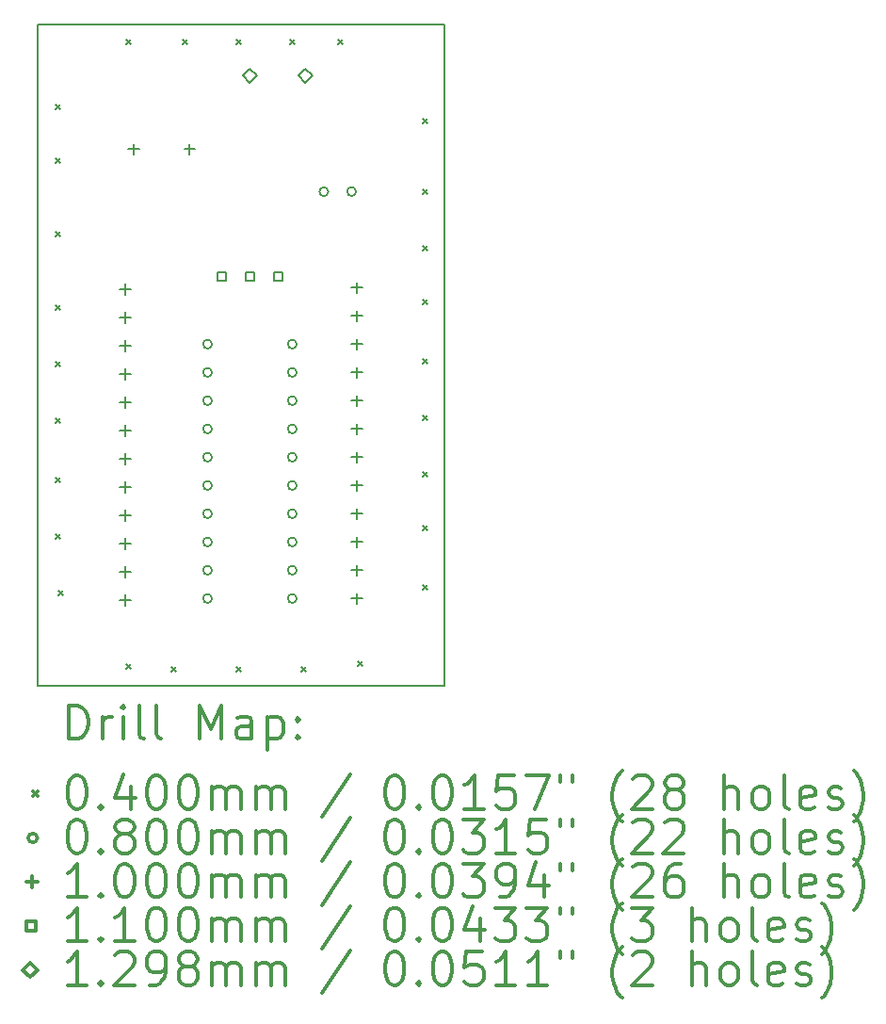
<source format=gbr>
%FSLAX45Y45*%
G04 Gerber Fmt 4.5, Leading zero omitted, Abs format (unit mm)*
G04 Created by KiCad (PCBNEW 5.1.10-1.fc34) date 2021-08-21 17:03:26*
%MOMM*%
%LPD*%
G01*
G04 APERTURE LIST*
%TA.AperFunction,Profile*%
%ADD10C,0.150000*%
%TD*%
%ADD11C,0.200000*%
%ADD12C,0.300000*%
G04 APERTURE END LIST*
D10*
X12725400Y-13563600D02*
X12725400Y-7620000D01*
X16383000Y-13563600D02*
X12725400Y-13563600D01*
X16383000Y-7620000D02*
X16383000Y-13563600D01*
X12725400Y-7620000D02*
X16383000Y-7620000D01*
D11*
X12883200Y-8336600D02*
X12923200Y-8376600D01*
X12923200Y-8336600D02*
X12883200Y-8376600D01*
X12883200Y-8819200D02*
X12923200Y-8859200D01*
X12923200Y-8819200D02*
X12883200Y-8859200D01*
X12883200Y-9479600D02*
X12923200Y-9519600D01*
X12923200Y-9479600D02*
X12883200Y-9519600D01*
X12883200Y-10140000D02*
X12923200Y-10180000D01*
X12923200Y-10140000D02*
X12883200Y-10180000D01*
X12883200Y-10648000D02*
X12923200Y-10688000D01*
X12923200Y-10648000D02*
X12883200Y-10688000D01*
X12883200Y-11156000D02*
X12923200Y-11196000D01*
X12923200Y-11156000D02*
X12883200Y-11196000D01*
X12883200Y-11689400D02*
X12923200Y-11729400D01*
X12923200Y-11689400D02*
X12883200Y-11729400D01*
X12883200Y-12197400D02*
X12923200Y-12237400D01*
X12923200Y-12197400D02*
X12883200Y-12237400D01*
X12908600Y-12705400D02*
X12948600Y-12745400D01*
X12948600Y-12705400D02*
X12908600Y-12745400D01*
X13518200Y-7752400D02*
X13558200Y-7792400D01*
X13558200Y-7752400D02*
X13518200Y-7792400D01*
X13518200Y-13365800D02*
X13558200Y-13405800D01*
X13558200Y-13365800D02*
X13518200Y-13405800D01*
X13924600Y-13391200D02*
X13964600Y-13431200D01*
X13964600Y-13391200D02*
X13924600Y-13431200D01*
X14026200Y-7752400D02*
X14066200Y-7792400D01*
X14066200Y-7752400D02*
X14026200Y-7792400D01*
X14508800Y-7752400D02*
X14548800Y-7792400D01*
X14548800Y-7752400D02*
X14508800Y-7792400D01*
X14508800Y-13391200D02*
X14548800Y-13431200D01*
X14548800Y-13391200D02*
X14508800Y-13431200D01*
X14991400Y-7752400D02*
X15031400Y-7792400D01*
X15031400Y-7752400D02*
X14991400Y-7792400D01*
X15093000Y-13391200D02*
X15133000Y-13431200D01*
X15133000Y-13391200D02*
X15093000Y-13431200D01*
X15423200Y-7752400D02*
X15463200Y-7792400D01*
X15463200Y-7752400D02*
X15423200Y-7792400D01*
X15601000Y-13340400D02*
X15641000Y-13380400D01*
X15641000Y-13340400D02*
X15601000Y-13380400D01*
X16185200Y-8463600D02*
X16225200Y-8503600D01*
X16225200Y-8463600D02*
X16185200Y-8503600D01*
X16185200Y-9098600D02*
X16225200Y-9138600D01*
X16225200Y-9098600D02*
X16185200Y-9138600D01*
X16185200Y-9606600D02*
X16225200Y-9646600D01*
X16225200Y-9606600D02*
X16185200Y-9646600D01*
X16185200Y-10089200D02*
X16225200Y-10129200D01*
X16225200Y-10089200D02*
X16185200Y-10129200D01*
X16185200Y-10622600D02*
X16225200Y-10662600D01*
X16225200Y-10622600D02*
X16185200Y-10662600D01*
X16185200Y-11130600D02*
X16225200Y-11170600D01*
X16225200Y-11130600D02*
X16185200Y-11170600D01*
X16185200Y-11638600D02*
X16225200Y-11678600D01*
X16225200Y-11638600D02*
X16185200Y-11678600D01*
X16185200Y-12121200D02*
X16225200Y-12161200D01*
X16225200Y-12121200D02*
X16185200Y-12161200D01*
X16185200Y-12654600D02*
X16225200Y-12694600D01*
X16225200Y-12654600D02*
X16185200Y-12694600D01*
X14289400Y-10490200D02*
G75*
G03*
X14289400Y-10490200I-40000J0D01*
G01*
X14289400Y-10744200D02*
G75*
G03*
X14289400Y-10744200I-40000J0D01*
G01*
X14289400Y-10998200D02*
G75*
G03*
X14289400Y-10998200I-40000J0D01*
G01*
X14289400Y-11252200D02*
G75*
G03*
X14289400Y-11252200I-40000J0D01*
G01*
X14289400Y-11506200D02*
G75*
G03*
X14289400Y-11506200I-40000J0D01*
G01*
X14289400Y-11760200D02*
G75*
G03*
X14289400Y-11760200I-40000J0D01*
G01*
X14289400Y-12014200D02*
G75*
G03*
X14289400Y-12014200I-40000J0D01*
G01*
X14289400Y-12268200D02*
G75*
G03*
X14289400Y-12268200I-40000J0D01*
G01*
X14289400Y-12522200D02*
G75*
G03*
X14289400Y-12522200I-40000J0D01*
G01*
X14289400Y-12776200D02*
G75*
G03*
X14289400Y-12776200I-40000J0D01*
G01*
X15051400Y-10490200D02*
G75*
G03*
X15051400Y-10490200I-40000J0D01*
G01*
X15051400Y-10744200D02*
G75*
G03*
X15051400Y-10744200I-40000J0D01*
G01*
X15051400Y-10998200D02*
G75*
G03*
X15051400Y-10998200I-40000J0D01*
G01*
X15051400Y-11252200D02*
G75*
G03*
X15051400Y-11252200I-40000J0D01*
G01*
X15051400Y-11506200D02*
G75*
G03*
X15051400Y-11506200I-40000J0D01*
G01*
X15051400Y-11760200D02*
G75*
G03*
X15051400Y-11760200I-40000J0D01*
G01*
X15051400Y-12014200D02*
G75*
G03*
X15051400Y-12014200I-40000J0D01*
G01*
X15051400Y-12268200D02*
G75*
G03*
X15051400Y-12268200I-40000J0D01*
G01*
X15051400Y-12522200D02*
G75*
G03*
X15051400Y-12522200I-40000J0D01*
G01*
X15051400Y-12776200D02*
G75*
G03*
X15051400Y-12776200I-40000J0D01*
G01*
X15334800Y-9118600D02*
G75*
G03*
X15334800Y-9118600I-40000J0D01*
G01*
X15584800Y-9118600D02*
G75*
G03*
X15584800Y-9118600I-40000J0D01*
G01*
X13512800Y-9942800D02*
X13512800Y-10042800D01*
X13462800Y-9992800D02*
X13562800Y-9992800D01*
X13512800Y-10196800D02*
X13512800Y-10296800D01*
X13462800Y-10246800D02*
X13562800Y-10246800D01*
X13512800Y-10450800D02*
X13512800Y-10550800D01*
X13462800Y-10500800D02*
X13562800Y-10500800D01*
X13512800Y-10704800D02*
X13512800Y-10804800D01*
X13462800Y-10754800D02*
X13562800Y-10754800D01*
X13512800Y-10958800D02*
X13512800Y-11058800D01*
X13462800Y-11008800D02*
X13562800Y-11008800D01*
X13512800Y-11212800D02*
X13512800Y-11312800D01*
X13462800Y-11262800D02*
X13562800Y-11262800D01*
X13512800Y-11466800D02*
X13512800Y-11566800D01*
X13462800Y-11516800D02*
X13562800Y-11516800D01*
X13512800Y-11720800D02*
X13512800Y-11820800D01*
X13462800Y-11770800D02*
X13562800Y-11770800D01*
X13512800Y-11974800D02*
X13512800Y-12074800D01*
X13462800Y-12024800D02*
X13562800Y-12024800D01*
X13512800Y-12228800D02*
X13512800Y-12328800D01*
X13462800Y-12278800D02*
X13562800Y-12278800D01*
X13512800Y-12482800D02*
X13512800Y-12582800D01*
X13462800Y-12532800D02*
X13562800Y-12532800D01*
X13512800Y-12736800D02*
X13512800Y-12836800D01*
X13462800Y-12786800D02*
X13562800Y-12786800D01*
X13589000Y-8687600D02*
X13589000Y-8787600D01*
X13539000Y-8737600D02*
X13639000Y-8737600D01*
X14089000Y-8687600D02*
X14089000Y-8787600D01*
X14039000Y-8737600D02*
X14139000Y-8737600D01*
X15595600Y-9932200D02*
X15595600Y-10032200D01*
X15545600Y-9982200D02*
X15645600Y-9982200D01*
X15595600Y-10186200D02*
X15595600Y-10286200D01*
X15545600Y-10236200D02*
X15645600Y-10236200D01*
X15595600Y-10440200D02*
X15595600Y-10540200D01*
X15545600Y-10490200D02*
X15645600Y-10490200D01*
X15595600Y-10694200D02*
X15595600Y-10794200D01*
X15545600Y-10744200D02*
X15645600Y-10744200D01*
X15595600Y-10948200D02*
X15595600Y-11048200D01*
X15545600Y-10998200D02*
X15645600Y-10998200D01*
X15595600Y-11202200D02*
X15595600Y-11302200D01*
X15545600Y-11252200D02*
X15645600Y-11252200D01*
X15595600Y-11456200D02*
X15595600Y-11556200D01*
X15545600Y-11506200D02*
X15645600Y-11506200D01*
X15595600Y-11710200D02*
X15595600Y-11810200D01*
X15545600Y-11760200D02*
X15645600Y-11760200D01*
X15595600Y-11964200D02*
X15595600Y-12064200D01*
X15545600Y-12014200D02*
X15645600Y-12014200D01*
X15595600Y-12218200D02*
X15595600Y-12318200D01*
X15545600Y-12268200D02*
X15645600Y-12268200D01*
X15595600Y-12472200D02*
X15595600Y-12572200D01*
X15545600Y-12522200D02*
X15645600Y-12522200D01*
X15595600Y-12726200D02*
X15595600Y-12826200D01*
X15545600Y-12776200D02*
X15645600Y-12776200D01*
X14415291Y-9919491D02*
X14415291Y-9841709D01*
X14337509Y-9841709D01*
X14337509Y-9919491D01*
X14415291Y-9919491D01*
X14669291Y-9919491D02*
X14669291Y-9841709D01*
X14591509Y-9841709D01*
X14591509Y-9919491D01*
X14669291Y-9919491D01*
X14923291Y-9919491D02*
X14923291Y-9841709D01*
X14845509Y-9841709D01*
X14845509Y-9919491D01*
X14923291Y-9919491D01*
X14630400Y-8142097D02*
X14695297Y-8077200D01*
X14630400Y-8012303D01*
X14565503Y-8077200D01*
X14630400Y-8142097D01*
X15130272Y-8142097D02*
X15195169Y-8077200D01*
X15130272Y-8012303D01*
X15065375Y-8077200D01*
X15130272Y-8142097D01*
D12*
X13004328Y-14036814D02*
X13004328Y-13736814D01*
X13075757Y-13736814D01*
X13118614Y-13751100D01*
X13147186Y-13779671D01*
X13161471Y-13808243D01*
X13175757Y-13865386D01*
X13175757Y-13908243D01*
X13161471Y-13965386D01*
X13147186Y-13993957D01*
X13118614Y-14022529D01*
X13075757Y-14036814D01*
X13004328Y-14036814D01*
X13304328Y-14036814D02*
X13304328Y-13836814D01*
X13304328Y-13893957D02*
X13318614Y-13865386D01*
X13332900Y-13851100D01*
X13361471Y-13836814D01*
X13390043Y-13836814D01*
X13490043Y-14036814D02*
X13490043Y-13836814D01*
X13490043Y-13736814D02*
X13475757Y-13751100D01*
X13490043Y-13765386D01*
X13504328Y-13751100D01*
X13490043Y-13736814D01*
X13490043Y-13765386D01*
X13675757Y-14036814D02*
X13647186Y-14022529D01*
X13632900Y-13993957D01*
X13632900Y-13736814D01*
X13832900Y-14036814D02*
X13804328Y-14022529D01*
X13790043Y-13993957D01*
X13790043Y-13736814D01*
X14175757Y-14036814D02*
X14175757Y-13736814D01*
X14275757Y-13951100D01*
X14375757Y-13736814D01*
X14375757Y-14036814D01*
X14647186Y-14036814D02*
X14647186Y-13879671D01*
X14632900Y-13851100D01*
X14604328Y-13836814D01*
X14547186Y-13836814D01*
X14518614Y-13851100D01*
X14647186Y-14022529D02*
X14618614Y-14036814D01*
X14547186Y-14036814D01*
X14518614Y-14022529D01*
X14504328Y-13993957D01*
X14504328Y-13965386D01*
X14518614Y-13936814D01*
X14547186Y-13922529D01*
X14618614Y-13922529D01*
X14647186Y-13908243D01*
X14790043Y-13836814D02*
X14790043Y-14136814D01*
X14790043Y-13851100D02*
X14818614Y-13836814D01*
X14875757Y-13836814D01*
X14904328Y-13851100D01*
X14918614Y-13865386D01*
X14932900Y-13893957D01*
X14932900Y-13979671D01*
X14918614Y-14008243D01*
X14904328Y-14022529D01*
X14875757Y-14036814D01*
X14818614Y-14036814D01*
X14790043Y-14022529D01*
X15061471Y-14008243D02*
X15075757Y-14022529D01*
X15061471Y-14036814D01*
X15047186Y-14022529D01*
X15061471Y-14008243D01*
X15061471Y-14036814D01*
X15061471Y-13851100D02*
X15075757Y-13865386D01*
X15061471Y-13879671D01*
X15047186Y-13865386D01*
X15061471Y-13851100D01*
X15061471Y-13879671D01*
X12677900Y-14511100D02*
X12717900Y-14551100D01*
X12717900Y-14511100D02*
X12677900Y-14551100D01*
X13061471Y-14366814D02*
X13090043Y-14366814D01*
X13118614Y-14381100D01*
X13132900Y-14395386D01*
X13147186Y-14423957D01*
X13161471Y-14481100D01*
X13161471Y-14552529D01*
X13147186Y-14609671D01*
X13132900Y-14638243D01*
X13118614Y-14652529D01*
X13090043Y-14666814D01*
X13061471Y-14666814D01*
X13032900Y-14652529D01*
X13018614Y-14638243D01*
X13004328Y-14609671D01*
X12990043Y-14552529D01*
X12990043Y-14481100D01*
X13004328Y-14423957D01*
X13018614Y-14395386D01*
X13032900Y-14381100D01*
X13061471Y-14366814D01*
X13290043Y-14638243D02*
X13304328Y-14652529D01*
X13290043Y-14666814D01*
X13275757Y-14652529D01*
X13290043Y-14638243D01*
X13290043Y-14666814D01*
X13561471Y-14466814D02*
X13561471Y-14666814D01*
X13490043Y-14352529D02*
X13418614Y-14566814D01*
X13604328Y-14566814D01*
X13775757Y-14366814D02*
X13804328Y-14366814D01*
X13832900Y-14381100D01*
X13847186Y-14395386D01*
X13861471Y-14423957D01*
X13875757Y-14481100D01*
X13875757Y-14552529D01*
X13861471Y-14609671D01*
X13847186Y-14638243D01*
X13832900Y-14652529D01*
X13804328Y-14666814D01*
X13775757Y-14666814D01*
X13747186Y-14652529D01*
X13732900Y-14638243D01*
X13718614Y-14609671D01*
X13704328Y-14552529D01*
X13704328Y-14481100D01*
X13718614Y-14423957D01*
X13732900Y-14395386D01*
X13747186Y-14381100D01*
X13775757Y-14366814D01*
X14061471Y-14366814D02*
X14090043Y-14366814D01*
X14118614Y-14381100D01*
X14132900Y-14395386D01*
X14147186Y-14423957D01*
X14161471Y-14481100D01*
X14161471Y-14552529D01*
X14147186Y-14609671D01*
X14132900Y-14638243D01*
X14118614Y-14652529D01*
X14090043Y-14666814D01*
X14061471Y-14666814D01*
X14032900Y-14652529D01*
X14018614Y-14638243D01*
X14004328Y-14609671D01*
X13990043Y-14552529D01*
X13990043Y-14481100D01*
X14004328Y-14423957D01*
X14018614Y-14395386D01*
X14032900Y-14381100D01*
X14061471Y-14366814D01*
X14290043Y-14666814D02*
X14290043Y-14466814D01*
X14290043Y-14495386D02*
X14304328Y-14481100D01*
X14332900Y-14466814D01*
X14375757Y-14466814D01*
X14404328Y-14481100D01*
X14418614Y-14509671D01*
X14418614Y-14666814D01*
X14418614Y-14509671D02*
X14432900Y-14481100D01*
X14461471Y-14466814D01*
X14504328Y-14466814D01*
X14532900Y-14481100D01*
X14547186Y-14509671D01*
X14547186Y-14666814D01*
X14690043Y-14666814D02*
X14690043Y-14466814D01*
X14690043Y-14495386D02*
X14704328Y-14481100D01*
X14732900Y-14466814D01*
X14775757Y-14466814D01*
X14804328Y-14481100D01*
X14818614Y-14509671D01*
X14818614Y-14666814D01*
X14818614Y-14509671D02*
X14832900Y-14481100D01*
X14861471Y-14466814D01*
X14904328Y-14466814D01*
X14932900Y-14481100D01*
X14947186Y-14509671D01*
X14947186Y-14666814D01*
X15532900Y-14352529D02*
X15275757Y-14738243D01*
X15918614Y-14366814D02*
X15947186Y-14366814D01*
X15975757Y-14381100D01*
X15990043Y-14395386D01*
X16004328Y-14423957D01*
X16018614Y-14481100D01*
X16018614Y-14552529D01*
X16004328Y-14609671D01*
X15990043Y-14638243D01*
X15975757Y-14652529D01*
X15947186Y-14666814D01*
X15918614Y-14666814D01*
X15890043Y-14652529D01*
X15875757Y-14638243D01*
X15861471Y-14609671D01*
X15847186Y-14552529D01*
X15847186Y-14481100D01*
X15861471Y-14423957D01*
X15875757Y-14395386D01*
X15890043Y-14381100D01*
X15918614Y-14366814D01*
X16147186Y-14638243D02*
X16161471Y-14652529D01*
X16147186Y-14666814D01*
X16132900Y-14652529D01*
X16147186Y-14638243D01*
X16147186Y-14666814D01*
X16347186Y-14366814D02*
X16375757Y-14366814D01*
X16404328Y-14381100D01*
X16418614Y-14395386D01*
X16432900Y-14423957D01*
X16447186Y-14481100D01*
X16447186Y-14552529D01*
X16432900Y-14609671D01*
X16418614Y-14638243D01*
X16404328Y-14652529D01*
X16375757Y-14666814D01*
X16347186Y-14666814D01*
X16318614Y-14652529D01*
X16304328Y-14638243D01*
X16290043Y-14609671D01*
X16275757Y-14552529D01*
X16275757Y-14481100D01*
X16290043Y-14423957D01*
X16304328Y-14395386D01*
X16318614Y-14381100D01*
X16347186Y-14366814D01*
X16732900Y-14666814D02*
X16561471Y-14666814D01*
X16647186Y-14666814D02*
X16647186Y-14366814D01*
X16618614Y-14409671D01*
X16590043Y-14438243D01*
X16561471Y-14452529D01*
X17004328Y-14366814D02*
X16861471Y-14366814D01*
X16847186Y-14509671D01*
X16861471Y-14495386D01*
X16890043Y-14481100D01*
X16961471Y-14481100D01*
X16990043Y-14495386D01*
X17004328Y-14509671D01*
X17018614Y-14538243D01*
X17018614Y-14609671D01*
X17004328Y-14638243D01*
X16990043Y-14652529D01*
X16961471Y-14666814D01*
X16890043Y-14666814D01*
X16861471Y-14652529D01*
X16847186Y-14638243D01*
X17118614Y-14366814D02*
X17318614Y-14366814D01*
X17190043Y-14666814D01*
X17418614Y-14366814D02*
X17418614Y-14423957D01*
X17532900Y-14366814D02*
X17532900Y-14423957D01*
X17975757Y-14781100D02*
X17961471Y-14766814D01*
X17932900Y-14723957D01*
X17918614Y-14695386D01*
X17904328Y-14652529D01*
X17890043Y-14581100D01*
X17890043Y-14523957D01*
X17904328Y-14452529D01*
X17918614Y-14409671D01*
X17932900Y-14381100D01*
X17961471Y-14338243D01*
X17975757Y-14323957D01*
X18075757Y-14395386D02*
X18090043Y-14381100D01*
X18118614Y-14366814D01*
X18190043Y-14366814D01*
X18218614Y-14381100D01*
X18232900Y-14395386D01*
X18247186Y-14423957D01*
X18247186Y-14452529D01*
X18232900Y-14495386D01*
X18061471Y-14666814D01*
X18247186Y-14666814D01*
X18418614Y-14495386D02*
X18390043Y-14481100D01*
X18375757Y-14466814D01*
X18361471Y-14438243D01*
X18361471Y-14423957D01*
X18375757Y-14395386D01*
X18390043Y-14381100D01*
X18418614Y-14366814D01*
X18475757Y-14366814D01*
X18504328Y-14381100D01*
X18518614Y-14395386D01*
X18532900Y-14423957D01*
X18532900Y-14438243D01*
X18518614Y-14466814D01*
X18504328Y-14481100D01*
X18475757Y-14495386D01*
X18418614Y-14495386D01*
X18390043Y-14509671D01*
X18375757Y-14523957D01*
X18361471Y-14552529D01*
X18361471Y-14609671D01*
X18375757Y-14638243D01*
X18390043Y-14652529D01*
X18418614Y-14666814D01*
X18475757Y-14666814D01*
X18504328Y-14652529D01*
X18518614Y-14638243D01*
X18532900Y-14609671D01*
X18532900Y-14552529D01*
X18518614Y-14523957D01*
X18504328Y-14509671D01*
X18475757Y-14495386D01*
X18890043Y-14666814D02*
X18890043Y-14366814D01*
X19018614Y-14666814D02*
X19018614Y-14509671D01*
X19004328Y-14481100D01*
X18975757Y-14466814D01*
X18932900Y-14466814D01*
X18904328Y-14481100D01*
X18890043Y-14495386D01*
X19204328Y-14666814D02*
X19175757Y-14652529D01*
X19161471Y-14638243D01*
X19147186Y-14609671D01*
X19147186Y-14523957D01*
X19161471Y-14495386D01*
X19175757Y-14481100D01*
X19204328Y-14466814D01*
X19247186Y-14466814D01*
X19275757Y-14481100D01*
X19290043Y-14495386D01*
X19304328Y-14523957D01*
X19304328Y-14609671D01*
X19290043Y-14638243D01*
X19275757Y-14652529D01*
X19247186Y-14666814D01*
X19204328Y-14666814D01*
X19475757Y-14666814D02*
X19447186Y-14652529D01*
X19432900Y-14623957D01*
X19432900Y-14366814D01*
X19704328Y-14652529D02*
X19675757Y-14666814D01*
X19618614Y-14666814D01*
X19590043Y-14652529D01*
X19575757Y-14623957D01*
X19575757Y-14509671D01*
X19590043Y-14481100D01*
X19618614Y-14466814D01*
X19675757Y-14466814D01*
X19704328Y-14481100D01*
X19718614Y-14509671D01*
X19718614Y-14538243D01*
X19575757Y-14566814D01*
X19832900Y-14652529D02*
X19861471Y-14666814D01*
X19918614Y-14666814D01*
X19947186Y-14652529D01*
X19961471Y-14623957D01*
X19961471Y-14609671D01*
X19947186Y-14581100D01*
X19918614Y-14566814D01*
X19875757Y-14566814D01*
X19847186Y-14552529D01*
X19832900Y-14523957D01*
X19832900Y-14509671D01*
X19847186Y-14481100D01*
X19875757Y-14466814D01*
X19918614Y-14466814D01*
X19947186Y-14481100D01*
X20061471Y-14781100D02*
X20075757Y-14766814D01*
X20104328Y-14723957D01*
X20118614Y-14695386D01*
X20132900Y-14652529D01*
X20147186Y-14581100D01*
X20147186Y-14523957D01*
X20132900Y-14452529D01*
X20118614Y-14409671D01*
X20104328Y-14381100D01*
X20075757Y-14338243D01*
X20061471Y-14323957D01*
X12717900Y-14927100D02*
G75*
G03*
X12717900Y-14927100I-40000J0D01*
G01*
X13061471Y-14762814D02*
X13090043Y-14762814D01*
X13118614Y-14777100D01*
X13132900Y-14791386D01*
X13147186Y-14819957D01*
X13161471Y-14877100D01*
X13161471Y-14948529D01*
X13147186Y-15005671D01*
X13132900Y-15034243D01*
X13118614Y-15048529D01*
X13090043Y-15062814D01*
X13061471Y-15062814D01*
X13032900Y-15048529D01*
X13018614Y-15034243D01*
X13004328Y-15005671D01*
X12990043Y-14948529D01*
X12990043Y-14877100D01*
X13004328Y-14819957D01*
X13018614Y-14791386D01*
X13032900Y-14777100D01*
X13061471Y-14762814D01*
X13290043Y-15034243D02*
X13304328Y-15048529D01*
X13290043Y-15062814D01*
X13275757Y-15048529D01*
X13290043Y-15034243D01*
X13290043Y-15062814D01*
X13475757Y-14891386D02*
X13447186Y-14877100D01*
X13432900Y-14862814D01*
X13418614Y-14834243D01*
X13418614Y-14819957D01*
X13432900Y-14791386D01*
X13447186Y-14777100D01*
X13475757Y-14762814D01*
X13532900Y-14762814D01*
X13561471Y-14777100D01*
X13575757Y-14791386D01*
X13590043Y-14819957D01*
X13590043Y-14834243D01*
X13575757Y-14862814D01*
X13561471Y-14877100D01*
X13532900Y-14891386D01*
X13475757Y-14891386D01*
X13447186Y-14905671D01*
X13432900Y-14919957D01*
X13418614Y-14948529D01*
X13418614Y-15005671D01*
X13432900Y-15034243D01*
X13447186Y-15048529D01*
X13475757Y-15062814D01*
X13532900Y-15062814D01*
X13561471Y-15048529D01*
X13575757Y-15034243D01*
X13590043Y-15005671D01*
X13590043Y-14948529D01*
X13575757Y-14919957D01*
X13561471Y-14905671D01*
X13532900Y-14891386D01*
X13775757Y-14762814D02*
X13804328Y-14762814D01*
X13832900Y-14777100D01*
X13847186Y-14791386D01*
X13861471Y-14819957D01*
X13875757Y-14877100D01*
X13875757Y-14948529D01*
X13861471Y-15005671D01*
X13847186Y-15034243D01*
X13832900Y-15048529D01*
X13804328Y-15062814D01*
X13775757Y-15062814D01*
X13747186Y-15048529D01*
X13732900Y-15034243D01*
X13718614Y-15005671D01*
X13704328Y-14948529D01*
X13704328Y-14877100D01*
X13718614Y-14819957D01*
X13732900Y-14791386D01*
X13747186Y-14777100D01*
X13775757Y-14762814D01*
X14061471Y-14762814D02*
X14090043Y-14762814D01*
X14118614Y-14777100D01*
X14132900Y-14791386D01*
X14147186Y-14819957D01*
X14161471Y-14877100D01*
X14161471Y-14948529D01*
X14147186Y-15005671D01*
X14132900Y-15034243D01*
X14118614Y-15048529D01*
X14090043Y-15062814D01*
X14061471Y-15062814D01*
X14032900Y-15048529D01*
X14018614Y-15034243D01*
X14004328Y-15005671D01*
X13990043Y-14948529D01*
X13990043Y-14877100D01*
X14004328Y-14819957D01*
X14018614Y-14791386D01*
X14032900Y-14777100D01*
X14061471Y-14762814D01*
X14290043Y-15062814D02*
X14290043Y-14862814D01*
X14290043Y-14891386D02*
X14304328Y-14877100D01*
X14332900Y-14862814D01*
X14375757Y-14862814D01*
X14404328Y-14877100D01*
X14418614Y-14905671D01*
X14418614Y-15062814D01*
X14418614Y-14905671D02*
X14432900Y-14877100D01*
X14461471Y-14862814D01*
X14504328Y-14862814D01*
X14532900Y-14877100D01*
X14547186Y-14905671D01*
X14547186Y-15062814D01*
X14690043Y-15062814D02*
X14690043Y-14862814D01*
X14690043Y-14891386D02*
X14704328Y-14877100D01*
X14732900Y-14862814D01*
X14775757Y-14862814D01*
X14804328Y-14877100D01*
X14818614Y-14905671D01*
X14818614Y-15062814D01*
X14818614Y-14905671D02*
X14832900Y-14877100D01*
X14861471Y-14862814D01*
X14904328Y-14862814D01*
X14932900Y-14877100D01*
X14947186Y-14905671D01*
X14947186Y-15062814D01*
X15532900Y-14748529D02*
X15275757Y-15134243D01*
X15918614Y-14762814D02*
X15947186Y-14762814D01*
X15975757Y-14777100D01*
X15990043Y-14791386D01*
X16004328Y-14819957D01*
X16018614Y-14877100D01*
X16018614Y-14948529D01*
X16004328Y-15005671D01*
X15990043Y-15034243D01*
X15975757Y-15048529D01*
X15947186Y-15062814D01*
X15918614Y-15062814D01*
X15890043Y-15048529D01*
X15875757Y-15034243D01*
X15861471Y-15005671D01*
X15847186Y-14948529D01*
X15847186Y-14877100D01*
X15861471Y-14819957D01*
X15875757Y-14791386D01*
X15890043Y-14777100D01*
X15918614Y-14762814D01*
X16147186Y-15034243D02*
X16161471Y-15048529D01*
X16147186Y-15062814D01*
X16132900Y-15048529D01*
X16147186Y-15034243D01*
X16147186Y-15062814D01*
X16347186Y-14762814D02*
X16375757Y-14762814D01*
X16404328Y-14777100D01*
X16418614Y-14791386D01*
X16432900Y-14819957D01*
X16447186Y-14877100D01*
X16447186Y-14948529D01*
X16432900Y-15005671D01*
X16418614Y-15034243D01*
X16404328Y-15048529D01*
X16375757Y-15062814D01*
X16347186Y-15062814D01*
X16318614Y-15048529D01*
X16304328Y-15034243D01*
X16290043Y-15005671D01*
X16275757Y-14948529D01*
X16275757Y-14877100D01*
X16290043Y-14819957D01*
X16304328Y-14791386D01*
X16318614Y-14777100D01*
X16347186Y-14762814D01*
X16547186Y-14762814D02*
X16732900Y-14762814D01*
X16632900Y-14877100D01*
X16675757Y-14877100D01*
X16704328Y-14891386D01*
X16718614Y-14905671D01*
X16732900Y-14934243D01*
X16732900Y-15005671D01*
X16718614Y-15034243D01*
X16704328Y-15048529D01*
X16675757Y-15062814D01*
X16590043Y-15062814D01*
X16561471Y-15048529D01*
X16547186Y-15034243D01*
X17018614Y-15062814D02*
X16847186Y-15062814D01*
X16932900Y-15062814D02*
X16932900Y-14762814D01*
X16904328Y-14805671D01*
X16875757Y-14834243D01*
X16847186Y-14848529D01*
X17290043Y-14762814D02*
X17147186Y-14762814D01*
X17132900Y-14905671D01*
X17147186Y-14891386D01*
X17175757Y-14877100D01*
X17247186Y-14877100D01*
X17275757Y-14891386D01*
X17290043Y-14905671D01*
X17304328Y-14934243D01*
X17304328Y-15005671D01*
X17290043Y-15034243D01*
X17275757Y-15048529D01*
X17247186Y-15062814D01*
X17175757Y-15062814D01*
X17147186Y-15048529D01*
X17132900Y-15034243D01*
X17418614Y-14762814D02*
X17418614Y-14819957D01*
X17532900Y-14762814D02*
X17532900Y-14819957D01*
X17975757Y-15177100D02*
X17961471Y-15162814D01*
X17932900Y-15119957D01*
X17918614Y-15091386D01*
X17904328Y-15048529D01*
X17890043Y-14977100D01*
X17890043Y-14919957D01*
X17904328Y-14848529D01*
X17918614Y-14805671D01*
X17932900Y-14777100D01*
X17961471Y-14734243D01*
X17975757Y-14719957D01*
X18075757Y-14791386D02*
X18090043Y-14777100D01*
X18118614Y-14762814D01*
X18190043Y-14762814D01*
X18218614Y-14777100D01*
X18232900Y-14791386D01*
X18247186Y-14819957D01*
X18247186Y-14848529D01*
X18232900Y-14891386D01*
X18061471Y-15062814D01*
X18247186Y-15062814D01*
X18361471Y-14791386D02*
X18375757Y-14777100D01*
X18404328Y-14762814D01*
X18475757Y-14762814D01*
X18504328Y-14777100D01*
X18518614Y-14791386D01*
X18532900Y-14819957D01*
X18532900Y-14848529D01*
X18518614Y-14891386D01*
X18347186Y-15062814D01*
X18532900Y-15062814D01*
X18890043Y-15062814D02*
X18890043Y-14762814D01*
X19018614Y-15062814D02*
X19018614Y-14905671D01*
X19004328Y-14877100D01*
X18975757Y-14862814D01*
X18932900Y-14862814D01*
X18904328Y-14877100D01*
X18890043Y-14891386D01*
X19204328Y-15062814D02*
X19175757Y-15048529D01*
X19161471Y-15034243D01*
X19147186Y-15005671D01*
X19147186Y-14919957D01*
X19161471Y-14891386D01*
X19175757Y-14877100D01*
X19204328Y-14862814D01*
X19247186Y-14862814D01*
X19275757Y-14877100D01*
X19290043Y-14891386D01*
X19304328Y-14919957D01*
X19304328Y-15005671D01*
X19290043Y-15034243D01*
X19275757Y-15048529D01*
X19247186Y-15062814D01*
X19204328Y-15062814D01*
X19475757Y-15062814D02*
X19447186Y-15048529D01*
X19432900Y-15019957D01*
X19432900Y-14762814D01*
X19704328Y-15048529D02*
X19675757Y-15062814D01*
X19618614Y-15062814D01*
X19590043Y-15048529D01*
X19575757Y-15019957D01*
X19575757Y-14905671D01*
X19590043Y-14877100D01*
X19618614Y-14862814D01*
X19675757Y-14862814D01*
X19704328Y-14877100D01*
X19718614Y-14905671D01*
X19718614Y-14934243D01*
X19575757Y-14962814D01*
X19832900Y-15048529D02*
X19861471Y-15062814D01*
X19918614Y-15062814D01*
X19947186Y-15048529D01*
X19961471Y-15019957D01*
X19961471Y-15005671D01*
X19947186Y-14977100D01*
X19918614Y-14962814D01*
X19875757Y-14962814D01*
X19847186Y-14948529D01*
X19832900Y-14919957D01*
X19832900Y-14905671D01*
X19847186Y-14877100D01*
X19875757Y-14862814D01*
X19918614Y-14862814D01*
X19947186Y-14877100D01*
X20061471Y-15177100D02*
X20075757Y-15162814D01*
X20104328Y-15119957D01*
X20118614Y-15091386D01*
X20132900Y-15048529D01*
X20147186Y-14977100D01*
X20147186Y-14919957D01*
X20132900Y-14848529D01*
X20118614Y-14805671D01*
X20104328Y-14777100D01*
X20075757Y-14734243D01*
X20061471Y-14719957D01*
X12667900Y-15273100D02*
X12667900Y-15373100D01*
X12617900Y-15323100D02*
X12717900Y-15323100D01*
X13161471Y-15458814D02*
X12990043Y-15458814D01*
X13075757Y-15458814D02*
X13075757Y-15158814D01*
X13047186Y-15201671D01*
X13018614Y-15230243D01*
X12990043Y-15244529D01*
X13290043Y-15430243D02*
X13304328Y-15444529D01*
X13290043Y-15458814D01*
X13275757Y-15444529D01*
X13290043Y-15430243D01*
X13290043Y-15458814D01*
X13490043Y-15158814D02*
X13518614Y-15158814D01*
X13547186Y-15173100D01*
X13561471Y-15187386D01*
X13575757Y-15215957D01*
X13590043Y-15273100D01*
X13590043Y-15344529D01*
X13575757Y-15401671D01*
X13561471Y-15430243D01*
X13547186Y-15444529D01*
X13518614Y-15458814D01*
X13490043Y-15458814D01*
X13461471Y-15444529D01*
X13447186Y-15430243D01*
X13432900Y-15401671D01*
X13418614Y-15344529D01*
X13418614Y-15273100D01*
X13432900Y-15215957D01*
X13447186Y-15187386D01*
X13461471Y-15173100D01*
X13490043Y-15158814D01*
X13775757Y-15158814D02*
X13804328Y-15158814D01*
X13832900Y-15173100D01*
X13847186Y-15187386D01*
X13861471Y-15215957D01*
X13875757Y-15273100D01*
X13875757Y-15344529D01*
X13861471Y-15401671D01*
X13847186Y-15430243D01*
X13832900Y-15444529D01*
X13804328Y-15458814D01*
X13775757Y-15458814D01*
X13747186Y-15444529D01*
X13732900Y-15430243D01*
X13718614Y-15401671D01*
X13704328Y-15344529D01*
X13704328Y-15273100D01*
X13718614Y-15215957D01*
X13732900Y-15187386D01*
X13747186Y-15173100D01*
X13775757Y-15158814D01*
X14061471Y-15158814D02*
X14090043Y-15158814D01*
X14118614Y-15173100D01*
X14132900Y-15187386D01*
X14147186Y-15215957D01*
X14161471Y-15273100D01*
X14161471Y-15344529D01*
X14147186Y-15401671D01*
X14132900Y-15430243D01*
X14118614Y-15444529D01*
X14090043Y-15458814D01*
X14061471Y-15458814D01*
X14032900Y-15444529D01*
X14018614Y-15430243D01*
X14004328Y-15401671D01*
X13990043Y-15344529D01*
X13990043Y-15273100D01*
X14004328Y-15215957D01*
X14018614Y-15187386D01*
X14032900Y-15173100D01*
X14061471Y-15158814D01*
X14290043Y-15458814D02*
X14290043Y-15258814D01*
X14290043Y-15287386D02*
X14304328Y-15273100D01*
X14332900Y-15258814D01*
X14375757Y-15258814D01*
X14404328Y-15273100D01*
X14418614Y-15301671D01*
X14418614Y-15458814D01*
X14418614Y-15301671D02*
X14432900Y-15273100D01*
X14461471Y-15258814D01*
X14504328Y-15258814D01*
X14532900Y-15273100D01*
X14547186Y-15301671D01*
X14547186Y-15458814D01*
X14690043Y-15458814D02*
X14690043Y-15258814D01*
X14690043Y-15287386D02*
X14704328Y-15273100D01*
X14732900Y-15258814D01*
X14775757Y-15258814D01*
X14804328Y-15273100D01*
X14818614Y-15301671D01*
X14818614Y-15458814D01*
X14818614Y-15301671D02*
X14832900Y-15273100D01*
X14861471Y-15258814D01*
X14904328Y-15258814D01*
X14932900Y-15273100D01*
X14947186Y-15301671D01*
X14947186Y-15458814D01*
X15532900Y-15144529D02*
X15275757Y-15530243D01*
X15918614Y-15158814D02*
X15947186Y-15158814D01*
X15975757Y-15173100D01*
X15990043Y-15187386D01*
X16004328Y-15215957D01*
X16018614Y-15273100D01*
X16018614Y-15344529D01*
X16004328Y-15401671D01*
X15990043Y-15430243D01*
X15975757Y-15444529D01*
X15947186Y-15458814D01*
X15918614Y-15458814D01*
X15890043Y-15444529D01*
X15875757Y-15430243D01*
X15861471Y-15401671D01*
X15847186Y-15344529D01*
X15847186Y-15273100D01*
X15861471Y-15215957D01*
X15875757Y-15187386D01*
X15890043Y-15173100D01*
X15918614Y-15158814D01*
X16147186Y-15430243D02*
X16161471Y-15444529D01*
X16147186Y-15458814D01*
X16132900Y-15444529D01*
X16147186Y-15430243D01*
X16147186Y-15458814D01*
X16347186Y-15158814D02*
X16375757Y-15158814D01*
X16404328Y-15173100D01*
X16418614Y-15187386D01*
X16432900Y-15215957D01*
X16447186Y-15273100D01*
X16447186Y-15344529D01*
X16432900Y-15401671D01*
X16418614Y-15430243D01*
X16404328Y-15444529D01*
X16375757Y-15458814D01*
X16347186Y-15458814D01*
X16318614Y-15444529D01*
X16304328Y-15430243D01*
X16290043Y-15401671D01*
X16275757Y-15344529D01*
X16275757Y-15273100D01*
X16290043Y-15215957D01*
X16304328Y-15187386D01*
X16318614Y-15173100D01*
X16347186Y-15158814D01*
X16547186Y-15158814D02*
X16732900Y-15158814D01*
X16632900Y-15273100D01*
X16675757Y-15273100D01*
X16704328Y-15287386D01*
X16718614Y-15301671D01*
X16732900Y-15330243D01*
X16732900Y-15401671D01*
X16718614Y-15430243D01*
X16704328Y-15444529D01*
X16675757Y-15458814D01*
X16590043Y-15458814D01*
X16561471Y-15444529D01*
X16547186Y-15430243D01*
X16875757Y-15458814D02*
X16932900Y-15458814D01*
X16961471Y-15444529D01*
X16975757Y-15430243D01*
X17004328Y-15387386D01*
X17018614Y-15330243D01*
X17018614Y-15215957D01*
X17004328Y-15187386D01*
X16990043Y-15173100D01*
X16961471Y-15158814D01*
X16904328Y-15158814D01*
X16875757Y-15173100D01*
X16861471Y-15187386D01*
X16847186Y-15215957D01*
X16847186Y-15287386D01*
X16861471Y-15315957D01*
X16875757Y-15330243D01*
X16904328Y-15344529D01*
X16961471Y-15344529D01*
X16990043Y-15330243D01*
X17004328Y-15315957D01*
X17018614Y-15287386D01*
X17275757Y-15258814D02*
X17275757Y-15458814D01*
X17204328Y-15144529D02*
X17132900Y-15358814D01*
X17318614Y-15358814D01*
X17418614Y-15158814D02*
X17418614Y-15215957D01*
X17532900Y-15158814D02*
X17532900Y-15215957D01*
X17975757Y-15573100D02*
X17961471Y-15558814D01*
X17932900Y-15515957D01*
X17918614Y-15487386D01*
X17904328Y-15444529D01*
X17890043Y-15373100D01*
X17890043Y-15315957D01*
X17904328Y-15244529D01*
X17918614Y-15201671D01*
X17932900Y-15173100D01*
X17961471Y-15130243D01*
X17975757Y-15115957D01*
X18075757Y-15187386D02*
X18090043Y-15173100D01*
X18118614Y-15158814D01*
X18190043Y-15158814D01*
X18218614Y-15173100D01*
X18232900Y-15187386D01*
X18247186Y-15215957D01*
X18247186Y-15244529D01*
X18232900Y-15287386D01*
X18061471Y-15458814D01*
X18247186Y-15458814D01*
X18504328Y-15158814D02*
X18447186Y-15158814D01*
X18418614Y-15173100D01*
X18404328Y-15187386D01*
X18375757Y-15230243D01*
X18361471Y-15287386D01*
X18361471Y-15401671D01*
X18375757Y-15430243D01*
X18390043Y-15444529D01*
X18418614Y-15458814D01*
X18475757Y-15458814D01*
X18504328Y-15444529D01*
X18518614Y-15430243D01*
X18532900Y-15401671D01*
X18532900Y-15330243D01*
X18518614Y-15301671D01*
X18504328Y-15287386D01*
X18475757Y-15273100D01*
X18418614Y-15273100D01*
X18390043Y-15287386D01*
X18375757Y-15301671D01*
X18361471Y-15330243D01*
X18890043Y-15458814D02*
X18890043Y-15158814D01*
X19018614Y-15458814D02*
X19018614Y-15301671D01*
X19004328Y-15273100D01*
X18975757Y-15258814D01*
X18932900Y-15258814D01*
X18904328Y-15273100D01*
X18890043Y-15287386D01*
X19204328Y-15458814D02*
X19175757Y-15444529D01*
X19161471Y-15430243D01*
X19147186Y-15401671D01*
X19147186Y-15315957D01*
X19161471Y-15287386D01*
X19175757Y-15273100D01*
X19204328Y-15258814D01*
X19247186Y-15258814D01*
X19275757Y-15273100D01*
X19290043Y-15287386D01*
X19304328Y-15315957D01*
X19304328Y-15401671D01*
X19290043Y-15430243D01*
X19275757Y-15444529D01*
X19247186Y-15458814D01*
X19204328Y-15458814D01*
X19475757Y-15458814D02*
X19447186Y-15444529D01*
X19432900Y-15415957D01*
X19432900Y-15158814D01*
X19704328Y-15444529D02*
X19675757Y-15458814D01*
X19618614Y-15458814D01*
X19590043Y-15444529D01*
X19575757Y-15415957D01*
X19575757Y-15301671D01*
X19590043Y-15273100D01*
X19618614Y-15258814D01*
X19675757Y-15258814D01*
X19704328Y-15273100D01*
X19718614Y-15301671D01*
X19718614Y-15330243D01*
X19575757Y-15358814D01*
X19832900Y-15444529D02*
X19861471Y-15458814D01*
X19918614Y-15458814D01*
X19947186Y-15444529D01*
X19961471Y-15415957D01*
X19961471Y-15401671D01*
X19947186Y-15373100D01*
X19918614Y-15358814D01*
X19875757Y-15358814D01*
X19847186Y-15344529D01*
X19832900Y-15315957D01*
X19832900Y-15301671D01*
X19847186Y-15273100D01*
X19875757Y-15258814D01*
X19918614Y-15258814D01*
X19947186Y-15273100D01*
X20061471Y-15573100D02*
X20075757Y-15558814D01*
X20104328Y-15515957D01*
X20118614Y-15487386D01*
X20132900Y-15444529D01*
X20147186Y-15373100D01*
X20147186Y-15315957D01*
X20132900Y-15244529D01*
X20118614Y-15201671D01*
X20104328Y-15173100D01*
X20075757Y-15130243D01*
X20061471Y-15115957D01*
X12701791Y-15757991D02*
X12701791Y-15680209D01*
X12624009Y-15680209D01*
X12624009Y-15757991D01*
X12701791Y-15757991D01*
X13161471Y-15854814D02*
X12990043Y-15854814D01*
X13075757Y-15854814D02*
X13075757Y-15554814D01*
X13047186Y-15597671D01*
X13018614Y-15626243D01*
X12990043Y-15640529D01*
X13290043Y-15826243D02*
X13304328Y-15840529D01*
X13290043Y-15854814D01*
X13275757Y-15840529D01*
X13290043Y-15826243D01*
X13290043Y-15854814D01*
X13590043Y-15854814D02*
X13418614Y-15854814D01*
X13504328Y-15854814D02*
X13504328Y-15554814D01*
X13475757Y-15597671D01*
X13447186Y-15626243D01*
X13418614Y-15640529D01*
X13775757Y-15554814D02*
X13804328Y-15554814D01*
X13832900Y-15569100D01*
X13847186Y-15583386D01*
X13861471Y-15611957D01*
X13875757Y-15669100D01*
X13875757Y-15740529D01*
X13861471Y-15797671D01*
X13847186Y-15826243D01*
X13832900Y-15840529D01*
X13804328Y-15854814D01*
X13775757Y-15854814D01*
X13747186Y-15840529D01*
X13732900Y-15826243D01*
X13718614Y-15797671D01*
X13704328Y-15740529D01*
X13704328Y-15669100D01*
X13718614Y-15611957D01*
X13732900Y-15583386D01*
X13747186Y-15569100D01*
X13775757Y-15554814D01*
X14061471Y-15554814D02*
X14090043Y-15554814D01*
X14118614Y-15569100D01*
X14132900Y-15583386D01*
X14147186Y-15611957D01*
X14161471Y-15669100D01*
X14161471Y-15740529D01*
X14147186Y-15797671D01*
X14132900Y-15826243D01*
X14118614Y-15840529D01*
X14090043Y-15854814D01*
X14061471Y-15854814D01*
X14032900Y-15840529D01*
X14018614Y-15826243D01*
X14004328Y-15797671D01*
X13990043Y-15740529D01*
X13990043Y-15669100D01*
X14004328Y-15611957D01*
X14018614Y-15583386D01*
X14032900Y-15569100D01*
X14061471Y-15554814D01*
X14290043Y-15854814D02*
X14290043Y-15654814D01*
X14290043Y-15683386D02*
X14304328Y-15669100D01*
X14332900Y-15654814D01*
X14375757Y-15654814D01*
X14404328Y-15669100D01*
X14418614Y-15697671D01*
X14418614Y-15854814D01*
X14418614Y-15697671D02*
X14432900Y-15669100D01*
X14461471Y-15654814D01*
X14504328Y-15654814D01*
X14532900Y-15669100D01*
X14547186Y-15697671D01*
X14547186Y-15854814D01*
X14690043Y-15854814D02*
X14690043Y-15654814D01*
X14690043Y-15683386D02*
X14704328Y-15669100D01*
X14732900Y-15654814D01*
X14775757Y-15654814D01*
X14804328Y-15669100D01*
X14818614Y-15697671D01*
X14818614Y-15854814D01*
X14818614Y-15697671D02*
X14832900Y-15669100D01*
X14861471Y-15654814D01*
X14904328Y-15654814D01*
X14932900Y-15669100D01*
X14947186Y-15697671D01*
X14947186Y-15854814D01*
X15532900Y-15540529D02*
X15275757Y-15926243D01*
X15918614Y-15554814D02*
X15947186Y-15554814D01*
X15975757Y-15569100D01*
X15990043Y-15583386D01*
X16004328Y-15611957D01*
X16018614Y-15669100D01*
X16018614Y-15740529D01*
X16004328Y-15797671D01*
X15990043Y-15826243D01*
X15975757Y-15840529D01*
X15947186Y-15854814D01*
X15918614Y-15854814D01*
X15890043Y-15840529D01*
X15875757Y-15826243D01*
X15861471Y-15797671D01*
X15847186Y-15740529D01*
X15847186Y-15669100D01*
X15861471Y-15611957D01*
X15875757Y-15583386D01*
X15890043Y-15569100D01*
X15918614Y-15554814D01*
X16147186Y-15826243D02*
X16161471Y-15840529D01*
X16147186Y-15854814D01*
X16132900Y-15840529D01*
X16147186Y-15826243D01*
X16147186Y-15854814D01*
X16347186Y-15554814D02*
X16375757Y-15554814D01*
X16404328Y-15569100D01*
X16418614Y-15583386D01*
X16432900Y-15611957D01*
X16447186Y-15669100D01*
X16447186Y-15740529D01*
X16432900Y-15797671D01*
X16418614Y-15826243D01*
X16404328Y-15840529D01*
X16375757Y-15854814D01*
X16347186Y-15854814D01*
X16318614Y-15840529D01*
X16304328Y-15826243D01*
X16290043Y-15797671D01*
X16275757Y-15740529D01*
X16275757Y-15669100D01*
X16290043Y-15611957D01*
X16304328Y-15583386D01*
X16318614Y-15569100D01*
X16347186Y-15554814D01*
X16704328Y-15654814D02*
X16704328Y-15854814D01*
X16632900Y-15540529D02*
X16561471Y-15754814D01*
X16747186Y-15754814D01*
X16832900Y-15554814D02*
X17018614Y-15554814D01*
X16918614Y-15669100D01*
X16961471Y-15669100D01*
X16990043Y-15683386D01*
X17004328Y-15697671D01*
X17018614Y-15726243D01*
X17018614Y-15797671D01*
X17004328Y-15826243D01*
X16990043Y-15840529D01*
X16961471Y-15854814D01*
X16875757Y-15854814D01*
X16847186Y-15840529D01*
X16832900Y-15826243D01*
X17118614Y-15554814D02*
X17304328Y-15554814D01*
X17204328Y-15669100D01*
X17247186Y-15669100D01*
X17275757Y-15683386D01*
X17290043Y-15697671D01*
X17304328Y-15726243D01*
X17304328Y-15797671D01*
X17290043Y-15826243D01*
X17275757Y-15840529D01*
X17247186Y-15854814D01*
X17161471Y-15854814D01*
X17132900Y-15840529D01*
X17118614Y-15826243D01*
X17418614Y-15554814D02*
X17418614Y-15611957D01*
X17532900Y-15554814D02*
X17532900Y-15611957D01*
X17975757Y-15969100D02*
X17961471Y-15954814D01*
X17932900Y-15911957D01*
X17918614Y-15883386D01*
X17904328Y-15840529D01*
X17890043Y-15769100D01*
X17890043Y-15711957D01*
X17904328Y-15640529D01*
X17918614Y-15597671D01*
X17932900Y-15569100D01*
X17961471Y-15526243D01*
X17975757Y-15511957D01*
X18061471Y-15554814D02*
X18247186Y-15554814D01*
X18147186Y-15669100D01*
X18190043Y-15669100D01*
X18218614Y-15683386D01*
X18232900Y-15697671D01*
X18247186Y-15726243D01*
X18247186Y-15797671D01*
X18232900Y-15826243D01*
X18218614Y-15840529D01*
X18190043Y-15854814D01*
X18104328Y-15854814D01*
X18075757Y-15840529D01*
X18061471Y-15826243D01*
X18604328Y-15854814D02*
X18604328Y-15554814D01*
X18732900Y-15854814D02*
X18732900Y-15697671D01*
X18718614Y-15669100D01*
X18690043Y-15654814D01*
X18647186Y-15654814D01*
X18618614Y-15669100D01*
X18604328Y-15683386D01*
X18918614Y-15854814D02*
X18890043Y-15840529D01*
X18875757Y-15826243D01*
X18861471Y-15797671D01*
X18861471Y-15711957D01*
X18875757Y-15683386D01*
X18890043Y-15669100D01*
X18918614Y-15654814D01*
X18961471Y-15654814D01*
X18990043Y-15669100D01*
X19004328Y-15683386D01*
X19018614Y-15711957D01*
X19018614Y-15797671D01*
X19004328Y-15826243D01*
X18990043Y-15840529D01*
X18961471Y-15854814D01*
X18918614Y-15854814D01*
X19190043Y-15854814D02*
X19161471Y-15840529D01*
X19147186Y-15811957D01*
X19147186Y-15554814D01*
X19418614Y-15840529D02*
X19390043Y-15854814D01*
X19332900Y-15854814D01*
X19304328Y-15840529D01*
X19290043Y-15811957D01*
X19290043Y-15697671D01*
X19304328Y-15669100D01*
X19332900Y-15654814D01*
X19390043Y-15654814D01*
X19418614Y-15669100D01*
X19432900Y-15697671D01*
X19432900Y-15726243D01*
X19290043Y-15754814D01*
X19547186Y-15840529D02*
X19575757Y-15854814D01*
X19632900Y-15854814D01*
X19661471Y-15840529D01*
X19675757Y-15811957D01*
X19675757Y-15797671D01*
X19661471Y-15769100D01*
X19632900Y-15754814D01*
X19590043Y-15754814D01*
X19561471Y-15740529D01*
X19547186Y-15711957D01*
X19547186Y-15697671D01*
X19561471Y-15669100D01*
X19590043Y-15654814D01*
X19632900Y-15654814D01*
X19661471Y-15669100D01*
X19775757Y-15969100D02*
X19790043Y-15954814D01*
X19818614Y-15911957D01*
X19832900Y-15883386D01*
X19847186Y-15840529D01*
X19861471Y-15769100D01*
X19861471Y-15711957D01*
X19847186Y-15640529D01*
X19832900Y-15597671D01*
X19818614Y-15569100D01*
X19790043Y-15526243D01*
X19775757Y-15511957D01*
X12653003Y-16179997D02*
X12717900Y-16115100D01*
X12653003Y-16050203D01*
X12588106Y-16115100D01*
X12653003Y-16179997D01*
X13161471Y-16250814D02*
X12990043Y-16250814D01*
X13075757Y-16250814D02*
X13075757Y-15950814D01*
X13047186Y-15993671D01*
X13018614Y-16022243D01*
X12990043Y-16036529D01*
X13290043Y-16222243D02*
X13304328Y-16236529D01*
X13290043Y-16250814D01*
X13275757Y-16236529D01*
X13290043Y-16222243D01*
X13290043Y-16250814D01*
X13418614Y-15979386D02*
X13432900Y-15965100D01*
X13461471Y-15950814D01*
X13532900Y-15950814D01*
X13561471Y-15965100D01*
X13575757Y-15979386D01*
X13590043Y-16007957D01*
X13590043Y-16036529D01*
X13575757Y-16079386D01*
X13404328Y-16250814D01*
X13590043Y-16250814D01*
X13732900Y-16250814D02*
X13790043Y-16250814D01*
X13818614Y-16236529D01*
X13832900Y-16222243D01*
X13861471Y-16179386D01*
X13875757Y-16122243D01*
X13875757Y-16007957D01*
X13861471Y-15979386D01*
X13847186Y-15965100D01*
X13818614Y-15950814D01*
X13761471Y-15950814D01*
X13732900Y-15965100D01*
X13718614Y-15979386D01*
X13704328Y-16007957D01*
X13704328Y-16079386D01*
X13718614Y-16107957D01*
X13732900Y-16122243D01*
X13761471Y-16136529D01*
X13818614Y-16136529D01*
X13847186Y-16122243D01*
X13861471Y-16107957D01*
X13875757Y-16079386D01*
X14047186Y-16079386D02*
X14018614Y-16065100D01*
X14004328Y-16050814D01*
X13990043Y-16022243D01*
X13990043Y-16007957D01*
X14004328Y-15979386D01*
X14018614Y-15965100D01*
X14047186Y-15950814D01*
X14104328Y-15950814D01*
X14132900Y-15965100D01*
X14147186Y-15979386D01*
X14161471Y-16007957D01*
X14161471Y-16022243D01*
X14147186Y-16050814D01*
X14132900Y-16065100D01*
X14104328Y-16079386D01*
X14047186Y-16079386D01*
X14018614Y-16093671D01*
X14004328Y-16107957D01*
X13990043Y-16136529D01*
X13990043Y-16193671D01*
X14004328Y-16222243D01*
X14018614Y-16236529D01*
X14047186Y-16250814D01*
X14104328Y-16250814D01*
X14132900Y-16236529D01*
X14147186Y-16222243D01*
X14161471Y-16193671D01*
X14161471Y-16136529D01*
X14147186Y-16107957D01*
X14132900Y-16093671D01*
X14104328Y-16079386D01*
X14290043Y-16250814D02*
X14290043Y-16050814D01*
X14290043Y-16079386D02*
X14304328Y-16065100D01*
X14332900Y-16050814D01*
X14375757Y-16050814D01*
X14404328Y-16065100D01*
X14418614Y-16093671D01*
X14418614Y-16250814D01*
X14418614Y-16093671D02*
X14432900Y-16065100D01*
X14461471Y-16050814D01*
X14504328Y-16050814D01*
X14532900Y-16065100D01*
X14547186Y-16093671D01*
X14547186Y-16250814D01*
X14690043Y-16250814D02*
X14690043Y-16050814D01*
X14690043Y-16079386D02*
X14704328Y-16065100D01*
X14732900Y-16050814D01*
X14775757Y-16050814D01*
X14804328Y-16065100D01*
X14818614Y-16093671D01*
X14818614Y-16250814D01*
X14818614Y-16093671D02*
X14832900Y-16065100D01*
X14861471Y-16050814D01*
X14904328Y-16050814D01*
X14932900Y-16065100D01*
X14947186Y-16093671D01*
X14947186Y-16250814D01*
X15532900Y-15936529D02*
X15275757Y-16322243D01*
X15918614Y-15950814D02*
X15947186Y-15950814D01*
X15975757Y-15965100D01*
X15990043Y-15979386D01*
X16004328Y-16007957D01*
X16018614Y-16065100D01*
X16018614Y-16136529D01*
X16004328Y-16193671D01*
X15990043Y-16222243D01*
X15975757Y-16236529D01*
X15947186Y-16250814D01*
X15918614Y-16250814D01*
X15890043Y-16236529D01*
X15875757Y-16222243D01*
X15861471Y-16193671D01*
X15847186Y-16136529D01*
X15847186Y-16065100D01*
X15861471Y-16007957D01*
X15875757Y-15979386D01*
X15890043Y-15965100D01*
X15918614Y-15950814D01*
X16147186Y-16222243D02*
X16161471Y-16236529D01*
X16147186Y-16250814D01*
X16132900Y-16236529D01*
X16147186Y-16222243D01*
X16147186Y-16250814D01*
X16347186Y-15950814D02*
X16375757Y-15950814D01*
X16404328Y-15965100D01*
X16418614Y-15979386D01*
X16432900Y-16007957D01*
X16447186Y-16065100D01*
X16447186Y-16136529D01*
X16432900Y-16193671D01*
X16418614Y-16222243D01*
X16404328Y-16236529D01*
X16375757Y-16250814D01*
X16347186Y-16250814D01*
X16318614Y-16236529D01*
X16304328Y-16222243D01*
X16290043Y-16193671D01*
X16275757Y-16136529D01*
X16275757Y-16065100D01*
X16290043Y-16007957D01*
X16304328Y-15979386D01*
X16318614Y-15965100D01*
X16347186Y-15950814D01*
X16718614Y-15950814D02*
X16575757Y-15950814D01*
X16561471Y-16093671D01*
X16575757Y-16079386D01*
X16604328Y-16065100D01*
X16675757Y-16065100D01*
X16704328Y-16079386D01*
X16718614Y-16093671D01*
X16732900Y-16122243D01*
X16732900Y-16193671D01*
X16718614Y-16222243D01*
X16704328Y-16236529D01*
X16675757Y-16250814D01*
X16604328Y-16250814D01*
X16575757Y-16236529D01*
X16561471Y-16222243D01*
X17018614Y-16250814D02*
X16847186Y-16250814D01*
X16932900Y-16250814D02*
X16932900Y-15950814D01*
X16904328Y-15993671D01*
X16875757Y-16022243D01*
X16847186Y-16036529D01*
X17304328Y-16250814D02*
X17132900Y-16250814D01*
X17218614Y-16250814D02*
X17218614Y-15950814D01*
X17190043Y-15993671D01*
X17161471Y-16022243D01*
X17132900Y-16036529D01*
X17418614Y-15950814D02*
X17418614Y-16007957D01*
X17532900Y-15950814D02*
X17532900Y-16007957D01*
X17975757Y-16365100D02*
X17961471Y-16350814D01*
X17932900Y-16307957D01*
X17918614Y-16279386D01*
X17904328Y-16236529D01*
X17890043Y-16165100D01*
X17890043Y-16107957D01*
X17904328Y-16036529D01*
X17918614Y-15993671D01*
X17932900Y-15965100D01*
X17961471Y-15922243D01*
X17975757Y-15907957D01*
X18075757Y-15979386D02*
X18090043Y-15965100D01*
X18118614Y-15950814D01*
X18190043Y-15950814D01*
X18218614Y-15965100D01*
X18232900Y-15979386D01*
X18247186Y-16007957D01*
X18247186Y-16036529D01*
X18232900Y-16079386D01*
X18061471Y-16250814D01*
X18247186Y-16250814D01*
X18604328Y-16250814D02*
X18604328Y-15950814D01*
X18732900Y-16250814D02*
X18732900Y-16093671D01*
X18718614Y-16065100D01*
X18690043Y-16050814D01*
X18647186Y-16050814D01*
X18618614Y-16065100D01*
X18604328Y-16079386D01*
X18918614Y-16250814D02*
X18890043Y-16236529D01*
X18875757Y-16222243D01*
X18861471Y-16193671D01*
X18861471Y-16107957D01*
X18875757Y-16079386D01*
X18890043Y-16065100D01*
X18918614Y-16050814D01*
X18961471Y-16050814D01*
X18990043Y-16065100D01*
X19004328Y-16079386D01*
X19018614Y-16107957D01*
X19018614Y-16193671D01*
X19004328Y-16222243D01*
X18990043Y-16236529D01*
X18961471Y-16250814D01*
X18918614Y-16250814D01*
X19190043Y-16250814D02*
X19161471Y-16236529D01*
X19147186Y-16207957D01*
X19147186Y-15950814D01*
X19418614Y-16236529D02*
X19390043Y-16250814D01*
X19332900Y-16250814D01*
X19304328Y-16236529D01*
X19290043Y-16207957D01*
X19290043Y-16093671D01*
X19304328Y-16065100D01*
X19332900Y-16050814D01*
X19390043Y-16050814D01*
X19418614Y-16065100D01*
X19432900Y-16093671D01*
X19432900Y-16122243D01*
X19290043Y-16150814D01*
X19547186Y-16236529D02*
X19575757Y-16250814D01*
X19632900Y-16250814D01*
X19661471Y-16236529D01*
X19675757Y-16207957D01*
X19675757Y-16193671D01*
X19661471Y-16165100D01*
X19632900Y-16150814D01*
X19590043Y-16150814D01*
X19561471Y-16136529D01*
X19547186Y-16107957D01*
X19547186Y-16093671D01*
X19561471Y-16065100D01*
X19590043Y-16050814D01*
X19632900Y-16050814D01*
X19661471Y-16065100D01*
X19775757Y-16365100D02*
X19790043Y-16350814D01*
X19818614Y-16307957D01*
X19832900Y-16279386D01*
X19847186Y-16236529D01*
X19861471Y-16165100D01*
X19861471Y-16107957D01*
X19847186Y-16036529D01*
X19832900Y-15993671D01*
X19818614Y-15965100D01*
X19790043Y-15922243D01*
X19775757Y-15907957D01*
M02*

</source>
